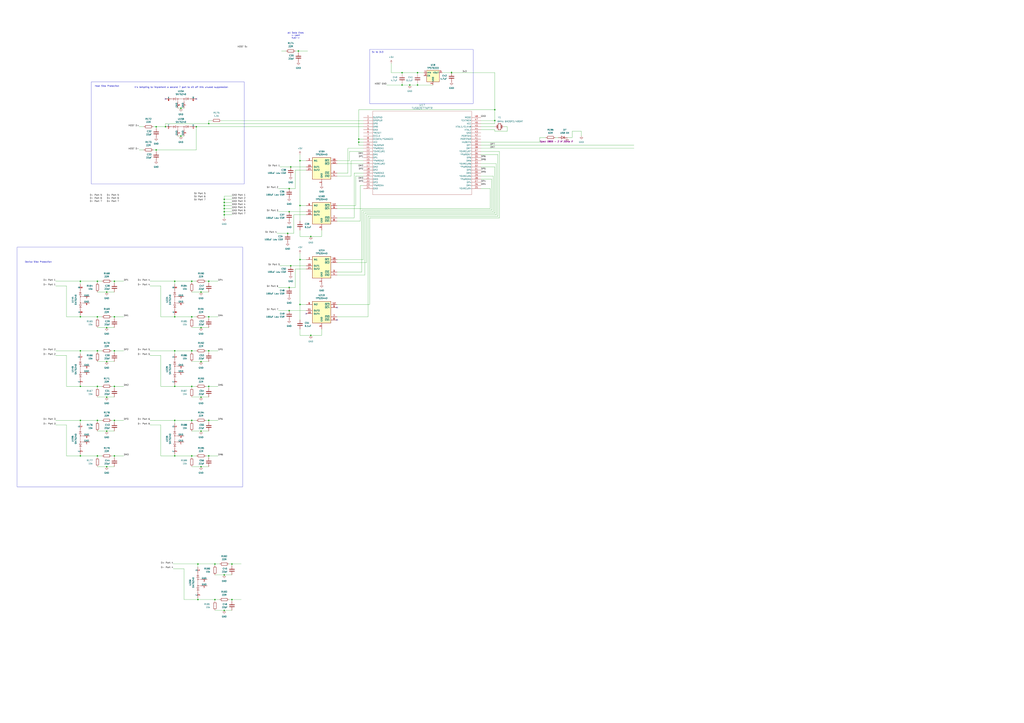
<source format=kicad_sch>
(kicad_sch (version 20231120) (generator "eeschema") (generator_version "8.0")
  (paper "A1")
  (junction (at 237.49 154.94))
  (junction (at 80.01 288.29))
  (junction (at 236.22 191.77))
  (junction (at 66.04 345.44))
  (junction (at 184.15 168.91))
  (junction (at 237.49 255.27))
  (junction (at 87.63 354.33))
  (junction (at 143.51 231.14))
  (junction (at 294.64 114.3))
  (junction (at 157.48 374.65))
  (junction (at 135.89 104.14))
  (junction (at 162.56 463.55))
  (junction (at 66.04 288.29))
  (junction (at 80.01 317.5))
  (junction (at 246.38 250.19))
  (junction (at 93.98 345.44))
  (junction (at 184.15 166.37))
  (junction (at 143.51 288.29))
  (junction (at 190.5 463.55))
  (junction (at 66.04 260.35))
  (junction (at 171.45 288.29))
  (junction (at 143.51 317.5))
  (junction (at 246.38 132.08))
  (junction (at 171.45 317.5))
  (junction (at 87.63 326.39))
  (junction (at 66.04 374.65))
  (junction (at 143.51 374.65))
  (junction (at 93.98 317.5))
  (junction (at 176.53 463.55))
  (junction (at 184.15 472.44))
  (junction (at 330.2 59.69))
  (junction (at 342.9 69.85))
  (junction (at 128.27 123.19))
  (junction (at 93.98 231.14))
  (junction (at 237.49 236.22))
  (junction (at 87.63 297.18))
  (junction (at 157.48 345.44))
  (junction (at 237.49 173.99))
  (junction (at 165.1 354.33))
  (junction (at 80.01 374.65))
  (junction (at 87.63 383.54))
  (junction (at 190.5 492.76))
  (junction (at 342.9 59.69))
  (junction (at 143.51 260.35))
  (junction (at 336.55 69.85))
  (junction (at 171.45 231.14))
  (junction (at 238.76 218.44))
  (junction (at 370.84 59.69))
  (junction (at 171.45 374.65))
  (junction (at 255.27 194.31))
  (junction (at 245.11 41.91))
  (junction (at 148.59 88.9))
  (junction (at 406.4 99.06))
  (junction (at 171.45 260.35))
  (junction (at 157.48 260.35))
  (junction (at 184.15 171.45))
  (junction (at 165.1 240.03))
  (junction (at 93.98 260.35))
  (junction (at 171.45 345.44))
  (junction (at 165.1 269.24))
  (junction (at 294.64 116.84))
  (junction (at 171.45 101.6))
  (junction (at 87.63 240.03))
  (junction (at 184.15 173.99))
  (junction (at 246.38 168.91))
  (junction (at 165.1 383.54))
  (junction (at 184.15 163.83))
  (junction (at 80.01 260.35))
  (junction (at 66.04 317.5))
  (junction (at 157.48 231.14))
  (junction (at 93.98 288.29))
  (junction (at 238.76 137.16))
  (junction (at 330.2 69.85))
  (junction (at 406.4 90.17))
  (junction (at 176.53 492.76))
  (junction (at 165.1 297.18))
  (junction (at 165.1 326.39))
  (junction (at 255.27 275.59))
  (junction (at 80.01 345.44))
  (junction (at 157.48 288.29))
  (junction (at 157.48 317.5))
  (junction (at 143.51 345.44))
  (junction (at 161.29 104.14))
  (junction (at 162.56 492.76))
  (junction (at 66.04 231.14))
  (junction (at 184.15 501.65))
  (junction (at 246.38 213.36))
  (junction (at 80.01 231.14))
  (junction (at 93.98 374.65))
  (junction (at 184.15 176.53))
  (junction (at 148.59 111.76))
  (junction (at 128.27 104.14))
  (junction (at 87.63 269.24))
  (no_connect (at 276.86 262.89))
  (no_connect (at 135.89 81.28))
  (no_connect (at 276.86 252.73))
  (no_connect (at 161.29 81.28))
  (no_connect (at 251.46 257.81))
  (wire (pts (xy 157.48 260.35) (xy 161.29 260.35)))
  (wire (pts (xy 406.4 101.6) (xy 406.4 99.06)))
  (wire (pts (xy 171.45 318.77) (xy 171.45 317.5)))
  (wire (pts (xy 298.45 144.78) (xy 292.1 144.78)))
  (wire (pts (xy 285.75 121.92) (xy 298.45 121.92)))
  (wire (pts (xy 246.38 208.28) (xy 246.38 213.36)))
  (wire (pts (xy 165.1 383.54) (xy 171.45 383.54)))
  (wire (pts (xy 406.4 175.26) (xy 299.72 175.26)))
  (wire (pts (xy 143.51 345.44) (xy 157.48 345.44)))
  (wire (pts (xy 330.2 68.58) (xy 330.2 69.85)))
  (wire (pts (xy 143.51 374.65) (xy 132.08 374.65)))
  (wire (pts (xy 246.38 275.59) (xy 246.38 270.51)))
  (wire (pts (xy 45.72 234.95) (xy 54.61 234.95)))
  (wire (pts (xy 93.98 374.65) (xy 91.44 374.65)))
  (wire (pts (xy 114.3 123.19) (xy 118.11 123.19)))
  (wire (pts (xy 176.53 492.76) (xy 176.53 494.03)))
  (wire (pts (xy 190.5 166.37) (xy 184.15 166.37)))
  (wire (pts (xy 66.04 260.35) (xy 80.01 260.35)))
  (wire (pts (xy 143.51 231.14) (xy 157.48 231.14)))
  (wire (pts (xy 157.48 374.65) (xy 161.29 374.65)))
  (wire (pts (xy 246.38 213.36) (xy 246.38 250.19)))
  (wire (pts (xy 93.98 318.77) (xy 93.98 317.5)))
  (wire (pts (xy 290.83 142.24) (xy 290.83 179.07)))
  (wire (pts (xy 80.01 326.39) (xy 87.63 326.39)))
  (wire (pts (xy 54.61 260.35) (xy 54.61 234.95)))
  (wire (pts (xy 190.5 492.76) (xy 198.12 492.76)))
  (wire (pts (xy 241.3 191.77) (xy 236.22 191.77)))
  (wire (pts (xy 298.45 142.24) (xy 290.83 142.24)))
  (wire (pts (xy 162.56 492.76) (xy 162.56 491.49)))
  (wire (pts (xy 285.75 142.24) (xy 285.75 121.92)))
  (wire (pts (xy 407.67 176.53) (xy 407.67 134.62)))
  (wire (pts (xy 157.48 354.33) (xy 165.1 354.33)))
  (wire (pts (xy 276.86 142.24) (xy 285.75 142.24)))
  (wire (pts (xy 228.6 154.94) (xy 237.49 154.94)))
  (wire (pts (xy 157.48 231.14) (xy 157.48 232.41)))
  (wire (pts (xy 93.98 288.29) (xy 101.6 288.29)))
  (wire (pts (xy 336.55 69.85) (xy 342.9 69.85)))
  (wire (pts (xy 406.4 106.68) (xy 406.4 107.95)))
  (wire (pts (xy 406.4 59.69) (xy 370.84 59.69)))
  (wire (pts (xy 66.04 317.5) (xy 66.04 316.23)))
  (wire (pts (xy 184.15 163.83) (xy 190.5 163.83)))
  (wire (pts (xy 294.64 90.17) (xy 406.4 90.17)))
  (wire (pts (xy 246.38 127) (xy 246.38 132.08)))
  (wire (pts (xy 298.45 116.84) (xy 294.64 116.84)))
  (wire (pts (xy 298.45 213.36) (xy 298.45 173.99)))
  (wire (pts (xy 66.04 260.35) (xy 66.04 259.08)))
  (wire (pts (xy 300.99 176.53) (xy 407.67 176.53)))
  (wire (pts (xy 171.45 231.14) (xy 168.91 231.14)))
  (wire (pts (xy 80.01 260.35) (xy 83.82 260.35)))
  (wire (pts (xy 93.98 317.5) (xy 101.6 317.5)))
  (wire (pts (xy 297.18 223.52) (xy 276.86 223.52)))
  (wire (pts (xy 146.05 111.76) (xy 148.59 111.76)))
  (wire (pts (xy 276.86 132.08) (xy 287.02 132.08)))
  (wire (pts (xy 93.98 289.56) (xy 93.98 288.29)))
  (wire (pts (xy 408.94 177.8) (xy 408.94 127)))
  (wire (pts (xy 410.21 124.46) (xy 410.21 179.07)))
  (wire (pts (xy 54.61 374.65) (xy 54.61 349.25)))
  (wire (pts (xy 143.51 260.35) (xy 143.51 259.08)))
  (wire (pts (xy 317.5 69.85) (xy 330.2 69.85)))
  (wire (pts (xy 330.2 59.69) (xy 321.31 59.69)))
  (wire (pts (xy 128.27 123.19) (xy 161.29 123.19)))
  (wire (pts (xy 171.45 289.56) (xy 171.45 288.29)))
  (wire (pts (xy 80.01 317.5) (xy 80.01 318.77)))
  (wire (pts (xy 394.97 147.32) (xy 403.86 147.32)))
  (wire (pts (xy 143.51 345.44) (xy 143.51 347.98)))
  (wire (pts (xy 228.6 173.99) (xy 237.49 173.99)))
  (wire (pts (xy 162.56 463.55) (xy 176.53 463.55)))
  (wire (pts (xy 148.59 88.9) (xy 151.13 88.9)))
  (wire (pts (xy 66.04 374.65) (xy 66.04 373.38)))
  (wire (pts (xy 80.01 269.24) (xy 87.63 269.24)))
  (wire (pts (xy 135.89 101.6) (xy 171.45 101.6)))
  (wire (pts (xy 66.04 374.65) (xy 54.61 374.65)))
  (wire (pts (xy 300.99 215.9) (xy 300.99 176.53)))
  (wire (pts (xy 302.26 260.35) (xy 302.26 177.8)))
  (wire (pts (xy 66.04 374.65) (xy 80.01 374.65)))
  (wire (pts (xy 157.48 269.24) (xy 165.1 269.24)))
  (wire (pts (xy 80.01 288.29) (xy 80.01 289.56)))
  (wire (pts (xy 228.6 255.27) (xy 237.49 255.27)))
  (wire (pts (xy 443.23 116.84) (xy 394.97 116.84)))
  (wire (pts (xy 171.45 231.14) (xy 179.07 231.14)))
  (wire (pts (xy 123.19 349.25) (xy 132.08 349.25)))
  (wire (pts (xy 93.98 232.41) (xy 93.98 231.14)))
  (wire (pts (xy 190.5 463.55) (xy 198.12 463.55)))
  (wire (pts (xy 171.45 345.44) (xy 168.91 345.44)))
  (wire (pts (xy 143.51 231.14) (xy 143.51 233.68)))
  (wire (pts (xy 80.01 345.44) (xy 83.82 345.44)))
  (wire (pts (xy 66.04 317.5) (xy 54.61 317.5)))
  (wire (pts (xy 242.57 220.98) (xy 242.57 236.22)))
  (wire (pts (xy 276.86 260.35) (xy 302.26 260.35)))
  (wire (pts (xy 157.48 288.29) (xy 161.29 288.29)))
  (wire (pts (xy 294.64 114.3) (xy 298.45 114.3)))
  (wire (pts (xy 394.97 137.16) (xy 406.4 137.16)))
  (wire (pts (xy 410.21 179.07) (xy 303.53 179.07)))
  (wire (pts (xy 276.86 226.06) (xy 299.72 226.06)))
  (wire (pts (xy 416.56 104.14) (xy 414.02 104.14)))
  (wire (pts (xy 190.5 492.76) (xy 187.96 492.76)))
  (wire (pts (xy 402.59 154.94) (xy 402.59 171.45)))
  (wire (pts (xy 264.16 194.31) (xy 255.27 194.31)))
  (wire (pts (xy 302.26 177.8) (xy 408.94 177.8)))
  (wire (pts (xy 184.15 163.83) (xy 184.15 166.37)))
  (wire (pts (xy 394.97 99.06) (xy 406.4 99.06)))
  (wire (pts (xy 128.27 105.41) (xy 128.27 104.14)))
  (wire (pts (xy 448.31 113.03) (xy 443.23 113.03)))
  (wire (pts (xy 237.49 255.27) (xy 251.46 255.27)))
  (wire (pts (xy 45.72 231.14) (xy 66.04 231.14)))
  (wire (pts (xy 330.2 69.85) (xy 336.55 69.85)))
  (wire (pts (xy 276.86 134.62) (xy 298.45 134.62)))
  (wire (pts (xy 143.51 260.35) (xy 132.08 260.35)))
  (wire (pts (xy 407.67 134.62) (xy 394.97 134.62)))
  (wire (pts (xy 128.27 123.19) (xy 125.73 123.19)))
  (wire (pts (xy 251.46 213.36) (xy 246.38 213.36)))
  (wire (pts (xy 171.45 99.06) (xy 171.45 101.6)))
  (wire (pts (xy 80.01 354.33) (xy 87.63 354.33)))
  (wire (pts (xy 246.38 181.61) (xy 246.38 168.91)))
  (wire (pts (xy 287.02 124.46) (xy 298.45 124.46)))
  (wire (pts (xy 148.59 111.76) (xy 151.13 111.76)))
  (wire (pts (xy 363.22 59.69) (xy 370.84 59.69)))
  (wire (pts (xy 455.93 113.03) (xy 458.47 113.03)))
  (wire (pts (xy 245.11 43.18) (xy 245.11 41.91)))
  (wire (pts (xy 66.04 345.44) (xy 66.04 347.98)))
  (wire (pts (xy 255.27 275.59) (xy 246.38 275.59)))
  (wire (pts (xy 66.04 231.14) (xy 80.01 231.14)))
  (wire (pts (xy 237.49 173.99) (xy 251.46 173.99)))
  (wire (pts (xy 469.9 107.95) (xy 469.9 113.03)))
  (wire (pts (xy 157.48 260.35) (xy 157.48 261.62)))
  (wire (pts (xy 80.01 231.14) (xy 80.01 232.41)))
  (wire (pts (xy 406.4 107.95) (xy 416.56 107.95)))
  (wire (pts (xy 171.45 346.71) (xy 171.45 345.44)))
  (wire (pts (xy 190.5 463.55) (xy 187.96 463.55)))
  (wire (pts (xy 143.51 288.29) (xy 143.51 290.83)))
  (wire (pts (xy 123.19 234.95) (xy 132.08 234.95)))
  (wire (pts (xy 157.48 345.44) (xy 157.48 346.71)))
  (wire (pts (xy 246.38 262.89) (xy 246.38 250.19)))
  (wire (pts (xy 276.86 215.9) (xy 300.99 215.9)))
  (wire (pts (xy 54.61 317.5) (xy 54.61 292.1)))
  (wire (pts (xy 288.29 144.78) (xy 276.86 144.78)))
  (wire (pts (xy 173.99 99.06) (xy 171.45 99.06)))
  (wire (pts (xy 176.53 463.55) (xy 176.53 464.82)))
  (wire (pts (xy 171.45 345.44) (xy 179.07 345.44)))
  (wire (pts (xy 176.53 472.44) (xy 184.15 472.44)))
  (wire (pts (xy 171.45 317.5) (xy 179.07 317.5)))
  (wire (pts (xy 242.57 139.7) (xy 242.57 154.94)))
  (wire (pts (xy 143.51 317.5) (xy 132.08 317.5)))
  (wire (pts (xy 128.27 124.46) (xy 128.27 123.19)))
  (wire (pts (xy 406.4 137.16) (xy 406.4 175.26)))
  (wire (pts (xy 123.19 231.14) (xy 143.51 231.14)))
  (wire (pts (xy 157.48 317.5) (xy 157.48 318.77)))
  (wire (pts (xy 93.98 375.92) (xy 93.98 374.65)))
  (wire (pts (xy 161.29 123.19) (xy 161.29 104.14)))
  (wire (pts (xy 184.15 176.53) (xy 190.5 176.53)))
  (wire (pts (xy 405.13 144.78) (xy 394.97 144.78)))
  (wire (pts (xy 151.13 492.76) (xy 151.13 467.36)))
  (wire (pts (xy 93.98 261.62) (xy 93.98 260.35)))
  (wire (pts (xy 93.98 260.35) (xy 101.6 260.35)))
  (wire (pts (xy 246.38 132.08) (xy 246.38 168.91)))
  (wire (pts (xy 292.1 144.78) (xy 292.1 168.91)))
  (wire (pts (xy 408.94 127) (xy 394.97 127)))
  (wire (pts (xy 294.64 116.84) (xy 294.64 114.3)))
  (wire (pts (xy 93.98 288.29) (xy 91.44 288.29)))
  (wire (pts (xy 403.86 147.32) (xy 403.86 172.72)))
  (wire (pts (xy 251.46 250.19) (xy 246.38 250.19)))
  (wire (pts (xy 287.02 132.08) (xy 287.02 124.46)))
  (wire (pts (xy 403.86 172.72) (xy 297.18 172.72)))
  (wire (pts (xy 80.01 374.65) (xy 83.82 374.65)))
  (wire (pts (xy 264.16 270.51) (xy 264.16 275.59)))
  (wire (pts (xy 227.33 191.77) (xy 236.22 191.77)))
  (wire (pts (xy 190.5 168.91) (xy 184.15 168.91)))
  (wire (pts (xy 87.63 326.39) (xy 93.98 326.39)))
  (wire (pts (xy 87.63 297.18) (xy 93.98 297.18)))
  (wire (pts (xy 184.15 173.99) (xy 184.15 176.53)))
  (wire (pts (xy 245.11 41.91) (xy 242.57 41.91)))
  (wire (pts (xy 87.63 240.03) (xy 93.98 240.03)))
  (wire (pts (xy 45.72 288.29) (xy 66.04 288.29)))
  (wire (pts (xy 477.52 107.95) (xy 469.9 107.95)))
  (wire (pts (xy 157.48 317.5) (xy 161.29 317.5)))
  (wire (pts (xy 394.97 119.38) (xy 520.7 119.38)))
  (wire (pts (xy 93.98 231.14) (xy 101.6 231.14)))
  (wire (pts (xy 80.01 383.54) (xy 87.63 383.54)))
  (wire (pts (xy 93.98 317.5) (xy 91.44 317.5)))
  (wire (pts (xy 251.46 132.08) (xy 246.38 132.08)))
  (wire (pts (xy 165.1 326.39) (xy 171.45 326.39)))
  (wire (pts (xy 238.76 218.44) (xy 251.46 218.44)))
  (wire (pts (xy 165.1 269.24) (xy 171.45 269.24)))
  (wire (pts (xy 123.19 292.1) (xy 132.08 292.1)))
  (wire (pts (xy 66.04 345.44) (xy 80.01 345.44)))
  (wire (pts (xy 295.91 152.4) (xy 295.91 181.61)))
  (wire (pts (xy 184.15 501.65) (xy 190.5 501.65)))
  (wire (pts (xy 242.57 236.22) (xy 237.49 236.22)))
  (wire (pts (xy 477.52 111.76) (xy 477.52 107.95)))
  (wire (pts (xy 288.29 132.08) (xy 288.29 144.78)))
  (wire (pts (xy 80.01 288.29) (xy 83.82 288.29)))
  (wire (pts (xy 342.9 59.69) (xy 330.2 59.69)))
  (wire (pts (xy 298.45 132.08) (xy 288.29 132.08)))
  (wire (pts (xy 394.97 106.68) (xy 406.4 106.68)))
  (wire (pts (xy 241.3 176.53) (xy 251.46 176.53)))
  (wire (pts (xy 402.59 171.45) (xy 276.86 171.45)))
  (wire (pts (xy 443.23 113.03) (xy 443.23 116.84)))
  (wire (pts (xy 162.56 463.55) (xy 162.56 466.09)))
  (wire (pts (xy 229.87 137.16) (xy 238.76 137.16)))
  (wire (pts (xy 294.64 114.3) (xy 294.64 90.17)))
  (wire (pts (xy 406.4 90.17) (xy 406.4 99.06)))
  (wire (pts (xy 231.14 41.91) (xy 234.95 41.91)))
  (wire (pts (xy 190.5 171.45) (xy 184.15 171.45)))
  (wire (pts (xy 93.98 260.35) (xy 91.44 260.35)))
  (wire (pts (xy 228.6 236.22) (xy 237.49 236.22)))
  (wire (pts (xy 394.97 121.92) (xy 520.7 121.92)))
  (wire (pts (xy 66.04 288.29) (xy 66.04 290.83)))
  (wire (pts (xy 394.97 154.94) (xy 402.59 154.94)))
  (wire (pts (xy 171.45 260.35) (xy 179.07 260.35)))
  (wire (pts (xy 93.98 345.44) (xy 101.6 345.44)))
  (wire (pts (xy 157.48 297.18) (xy 165.1 297.18)))
  (wire (pts (xy 171.45 261.62) (xy 171.45 260.35)))
  (wire (pts (xy 406.4 59.69) (xy 406.4 90.17)))
  (wire (pts (xy 184.15 171.45) (xy 184.15 168.91)))
  (wire (pts (xy 241.3 176.53) (xy 241.3 191.77)))
  (wire (pts (xy 276.86 213.36) (xy 298.45 213.36)))
  (wire (pts (xy 66.04 260.35) (xy 54.61 260.35)))
  (wire (pts (xy 66.04 231.14) (xy 66.04 233.68)))
  (wire (pts (xy 157.48 374.65) (xy 157.48 375.92)))
  (wire (pts (xy 45.72 345.44) (xy 66.04 345.44)))
  (wire (pts (xy 165.1 240.03) (xy 171.45 240.03)))
  (wire (pts (xy 176.53 492.76) (xy 180.34 492.76)))
  (wire (pts (xy 245.11 41.91) (xy 252.73 41.91)))
  (wire (pts (xy 171.45 232.41) (xy 171.45 231.14)))
  (wire (pts (xy 128.27 104.14) (xy 135.89 104.14)))
  (wire (pts (xy 146.05 88.9) (xy 148.59 88.9)))
  (wire (pts (xy 66.04 317.5) (xy 80.01 317.5)))
  (wire (pts (xy 123.19 345.44) (xy 143.51 345.44)))
  (wire (pts (xy 303.53 250.19) (xy 276.86 250.19)))
  (wire (pts (xy 162.56 492.76) (xy 176.53 492.76)))
  (wire (pts (xy 143.51 374.65) (xy 143.51 373.38)))
  (wire (pts (xy 142.24 467.36) (xy 151.13 467.36)))
  (wire (pts (xy 176.53 463.55) (xy 180.34 463.55)))
  (wire (pts (xy 264.16 275.59) (xy 255.27 275.59)))
  (wire (pts (xy 394.97 124.46) (xy 410.21 124.46)))
  (wire (pts (xy 45.72 292.1) (xy 54.61 292.1)))
  (wire (pts (xy 143.51 260.35) (xy 157.48 260.35)))
  (wire (pts (xy 80.01 345.44) (xy 80.01 346.71)))
  (wire (pts (xy 80.01 231.14) (xy 83.82 231.14)))
  (wire (pts (xy 80.01 297.18) (xy 87.63 297.18)))
  (wire (pts (xy 157.48 231.14) (xy 161.29 231.14)))
  (wire (pts (xy 80.01 374.65) (xy 80.01 375.92)))
  (wire (pts (xy 143.51 288.29) (xy 157.48 288.29)))
  (wire (pts (xy 165.1 354.33) (xy 171.45 354.33)))
  (wire (pts (xy 80.01 260.35) (xy 80.01 261.62)))
  (wire (pts (xy 157.48 326.39) (xy 165.1 326.39)))
  (wire (pts (xy 114.3 104.14) (xy 118.11 104.14)))
  (wire (pts (xy 45.72 349.25) (xy 54.61 349.25)))
  (wire (pts (xy 123.19 288.29) (xy 143.51 288.29)))
  (wire (pts (xy 190.5 173.99) (xy 184.15 173.99)))
  (wire (pts (xy 251.46 220.98) (xy 242.57 220.98)))
  (wire (pts (xy 251.46 168.91) (xy 246.38 168.91)))
  (wire (pts (xy 394.97 101.6) (xy 406.4 101.6)))
  (wire (pts (xy 93.98 345.44) (xy 91.44 345.44)))
  (wire (pts (xy 294.64 119.38) (xy 294.64 116.84)))
  (wire (pts (xy 142.24 463.55) (xy 162.56 463.55)))
  (wire (pts (xy 184.15 168.91) (xy 184.15 166.37)))
  (wire (pts (xy 342.9 68.58) (xy 342.9 69.85)))
  (wire (pts (xy 165.1 297.18) (xy 171.45 297.18)))
  (wire (pts (xy 297.18 172.72) (xy 297.18 223.52)))
  (wire (pts (xy 229.87 218.44) (xy 238.76 218.44)))
  (wire (pts (xy 132.08 374.65) (xy 132.08 349.25)))
  (wire (pts (xy 184.15 173.99) (xy 184.15 171.45)))
  (wire (pts (xy 347.98 59.69) (xy 342.9 59.69)))
  (wire (pts (xy 190.5 464.82) (xy 190.5 463.55)))
  (wire (pts (xy 132.08 317.5) (xy 132.08 292.1)))
  (wire (pts (xy 171.45 288.29) (xy 168.91 288.29)))
  (wire (pts (xy 184.15 161.29) (xy 190.5 161.29)))
  (wire (pts (xy 181.61 99.06) (xy 298.45 99.06)))
  (wire (pts (xy 157.48 288.29) (xy 157.48 289.56)))
  (wire (pts (xy 321.31 52.07) (xy 321.31 59.69)))
  (wire (pts (xy 157.48 383.54) (xy 165.1 383.54)))
  (wire (pts (xy 184.15 161.29) (xy 184.15 163.83)))
  (wire (pts (xy 299.72 226.06) (xy 299.72 175.26)))
  (wire (pts (xy 405.13 173.99) (xy 405.13 144.78)))
  (wire (pts (xy 87.63 354.33) (xy 93.98 354.33)))
  (wire (pts (xy 184.15 179.07) (xy 184.15 176.53)))
  (wire (pts (xy 93.98 346.71) (xy 93.98 345.44)))
  (wire (pts (xy 298.45 173.99) (xy 405.13 173.99)))
  (wire (pts (xy 255.27 194.31) (xy 246.38 194.31)))
  (wire (pts (xy 157.48 345.44) (xy 161.29 345.44)))
  (wire (pts (xy 132.08 260.35) (xy 132.08 234.95)))
  (wire (pts (xy 246.38 194.31) (xy 246.38 189.23)))
  (wire (pts (xy 469.9 113.03) (xy 466.09 113.03)))
  (wire (pts (xy 143.51 317.5) (xy 143.51 316.23)))
  (wire (pts (xy 292.1 168.91) (xy 276.86 168.91)))
  (wire (pts (xy 87.63 269.24) (xy 93.98 269.24)))
  (wire (pts (xy 184.15 472.44) (xy 190.5 472.44)))
  (wire (pts (xy 171.45 317.5) (xy 168.91 317.5)))
  (wire (pts (xy 342.9 59.69) (xy 342.9 60.96)))
  (wire (pts (xy 298.45 119.38) (xy 294.64 119.38)))
  (wire (pts (xy 295.91 181.61) (xy 276.86 181.61)))
  (wire (pts (xy 93.98 374.65) (xy 101.6 374.65)))
  (wire (pts (xy 251.46 139.7) (xy 242.57 139.7)))
  (wire (pts (xy 80.01 317.5) (xy 83.82 317.5)))
  (wire (pts (xy 128.27 104.14) (xy 125.73 104.14)))
  (wire (pts (xy 176.53 501.65) (xy 184.15 501.65)))
  (wire (pts (xy 66.04 288.29) (xy 80.01 288.29)))
  (wire (pts (xy 161.29 104.14) (xy 298.45 104.14)))
  (wire (pts (xy 394.97 104.14) (xy 406.4 104.14)))
  (wire (pts (xy 80.01 240.03) (xy 87.63 240.03)))
  (wire (pts (xy 171.45 374.65) (xy 179.07 374.65)))
  (wire (pts (xy 330.2 59.69) (xy 330.2 60.96)))
  (wire (pts (xy 171.45 375.92) (xy 171.45 374.65)))
  (wire (pts (xy 171.45 288.29) (xy 179.07 288.29)))
  (wire (pts (xy 416.56 107.95) (xy 416.56 104.14)))
  (wire (pts (xy 303.53 179.07) (xy 303.53 250.19)))
  (wire (pts (xy 370.84 58.42) (xy 370.84 59.69)))
  (wire (pts (xy 298.45 152.4) (xy 295.91 152.4)))
  (wire (pts (xy 93.98 231.14) (xy 91.44 231.14)))
  (wire (pts (xy 162.56 492.76) (xy 151.13 492.76)))
  (wire (pts (xy 135.89 101.6) (xy 135.89 104.14)))
  (wire (pts (xy 238.76 137.16) (xy 251.46 137.16)))
  (wire (pts (xy 143.51 317.5) (xy 157.48 317.5)))
  (wire (pts (xy 242.57 154.94) (xy 237.49 154.94)))
  (wire (pts (xy 171.45 101.6) (xy 298.45 101.6)))
  (wire (pts (xy 190.5 494.03) (xy 190.5 492.76)))
  (wire (pts (xy 157.48 240.03) (xy 165.1 240.03)))
  (wire (pts (xy 264.16 189.23) (xy 264.16 194.31)))
  (wire (pts (xy 342.9 69.85) (xy 355.6 69.85)))
  (wire (pts (xy 290.83 179.07) (xy 276.86 179.07)))
  (wire (pts (xy 171.45 374.65) (xy 168.91 374.65)))
  (wire (pts (xy 87.63 383.54) (xy 93.98 383.54)))
  (wire (pts (xy 143.51 374.65) (xy 157.48 374.65)))
  (wire (pts (xy 171.45 260.35) (xy 168.91 260.35)))
  (rectangle (start 74.93 67.31) (end 200.66 151.13))
  (rectangle (start 303.53 40.64) (end 388.62 85.09))
  (rectangle (start 13.97 203.2) (end 199.39 400.05))
  (text "5v to 3v3" (at 310.134 42.926 0) (effects (font (size 1.27 1.27))))
  (text "It's tempting to implement a second 7 port to sit off this unused suppression" (at 148.844 71.882 0) (effects (font (size 1.27 1.27))))
  (text "Device Side Protection" (at 31.496 215.392 0) (effects (font (size 1.27 1.27))))
  (text "all Data lines\n<-port\nhub->" (at 242.824 29.21 0) (effects (font (size 1.27 1.27))))
  (text "Host Side Protection" (at 87.884 70.866 0) (effects (font (size 1.27 1.27))))
  (label "D+ Port 4" (at 142.24 463.55 180))
  (label "HOST D-" (at 114.3 123.19 180))
  (label "HOST GND" (at 317.5 69.85 180))
  (label "DM4" (at 179.07 260.35 0))
  (label "5V Port 4" (at 227.33 191.77 180))
  (label "DM4" (at 394.97 152.4 0))
  (label "5V Port 5" (at 229.87 218.44 180))
  (label "DP3" (at 298.45 149.86 180))
  (label "DM3" (at 298.45 147.32 180))
  (label "D- Port 5" (at 123.19 292.1 180))
  (label "D- Port 7" (at 83.82 166.37 180))
  (label "D+ Port 3" (at 45.72 345.44 180))
  (label "DP6" (at 179.07 345.44 0))
  (label "DP7" (at 402.59 119.38 0))
  (label "D- Port 6" (at 123.19 349.25 180))
  (label "5V Port 1" (at 229.87 137.16 180))
  (label "DM5" (at 179.07 317.5 0))
  (label "DP4" (at 394.97 149.86 0))
  (label "3v3" (at 379.73 59.69 0))
  (label "GND Port 1" (at 190.5 161.29 0))
  (label "D- Port 4" (at 142.24 467.36 180))
  (label "HOST 5v" (at 203.2 39.37 180))
  (label "D+ Port 4" (at 123.19 231.14 180))
  (label "DM7" (at 402.59 121.92 0))
  (label "D+ Port 6" (at 87.63 163.83 0))
  (label "5V Port 5" (at 168.91 160.02 180))
  (label "HOST D+" (at 114.3 104.14 180))
  (label "GND Port 5" (at 190.5 171.45 0))
  (label "D- Port 5" (at 83.82 161.29 180))
  (label "D+ Port 5" (at 87.63 161.29 0))
  (label "GND" (at 394.97 96.52 0))
  (label "DP1" (at 298.45 129.54 180))
  (label "GND Port 2" (at 190.5 163.83 0))
  (label "DM6" (at 179.07 374.65 0))
  (label "DM6" (at 394.97 132.08 0))
  (label "D+ Port 7" (at 87.63 166.37 0))
  (label "D+ Port 6" (at 123.19 345.44 180))
  (label "DP1" (at 101.6 231.14 0))
  (label "5V Port 2" (at 228.6 154.94 180))
  (label "D- Port 6" (at 83.82 163.83 180))
  (label "DM1" (at 298.45 127 180))
  (label "GND Port 7" (at 190.5 176.53 0))
  (label "DM2" (at 298.45 137.16 180))
  (label "GND Port 3" (at 190.5 166.37 0))
  (label "D- Port 2" (at 45.72 292.1 180))
  (label "DM5" (at 394.97 142.24 0))
  (label "DP2" (at 101.6 288.29 0))
  (label "5V Port 7" (at 228.6 255.27 180))
  (label "5V Port 7" (at 168.91 165.1 180))
  (label "DP2" (at 298.45 139.7 180))
  (label "D+ Port 1" (at 45.72 231.14 180))
  (label "DP4" (at 179.07 231.14 0))
  (label "DM1" (at 101.6 260.35 0))
  (label "D- Port 3" (at 45.72 349.25 180))
  (label "DP6" (at 394.97 129.54 0))
  (label "DP3" (at 101.6 345.44 0))
  (label "DP5" (at 179.07 288.29 0))
  (label "D- Port 4" (at 123.19 234.95 180))
  (label "GND Port 4" (at 190.5 168.91 0))
  (label "5V Port 3" (at 228.6 173.99 180))
  (label "DP5" (at 394.97 139.7 0))
  (label "GND Port 6" (at 190.5 173.99 0))
  (label "DM2" (at 101.6 317.5 0))
  (label "DM3" (at 101.6 374.65 0))
  (label "D+ Port 5" (at 123.19 288.29 180))
  (label "5V Port 6" (at 168.91 162.56 180))
  (label "D+ Port 2" (at 45.72 288.29 180))
  (label "D- Port 1" (at 45.72 234.95 180))
  (label "5V Port 6" (at 228.6 236.22 180))
  (symbol (lib_id "power:GND") (at 238.76 144.78 0) (mirror y) (unit 1)
    (property "Reference" "#PWR0121" (effects (hide yes)))
    (property "Value" "GND" (at 238.76 149.86 0))
    (property "Description" "Power symbol creates a global label with name \"GND\" , ground" (effects (hide yes)))
  )
  (symbol (lib_id "Device:LED") (at 462.28 113.03 0) (mirror y) (unit 1)
    (property "Reference" "D7" (at 463.8675 106.68 0))
    (property "Value" "USB OK" (at 463.8675 109.22 0))
    (property "Footprint" "LED_SMD:LED_0805_2012Metric" (effects (hide yes)))
    (property "Datasheet" "https://www.digikey.com/en/products/filter/led-indication-discrete/105?s=N4IgjCBcoGwJxVAYygMwIYBsDOBTANCAPZQDaIALAAxwDMdIAuoQA4AuUIAymwE4CWAOwDmIAL6FaYBNBApIGHAWJlwMABwB2AEzamrDpG58hoiSACsFWojloseQiUjkw1qhZj6Q7TjwEi4oRg2nAQsvKKjiouIPS02uogknShySDqYOowFprpGhQUXoQFFkklcFoIhOq0GnmEFJplmuUZdQw1tJpUbbWaYBBdzdXtmjrp6oWek9NtTS0IzD6GxgFmwZUyyPZKTqpUTOYAtNt2kHwArsrOrkeEx3oRUFc3qhZH5k-kmLgAJkcgA" (effects (hide yes)))
    (property "Description" "Light emitting diode" (effects (hide yes)))
    (property "Spec" "0805 - 2 Vf 20ma If" (at 456.946 116.332 0) (show_name yes) (effects (font (italic yes))))
  )
  (symbol (lib_id "Device:C") (at 171.45 265.43 0) (mirror x) (unit 1)
    (property "Reference" "C52" (at 167.64 264.1599 0) (effects (justify right)))
    (property "Value" "22pf" (at 167.64 266.6999 0) (effects (justify right)))
    (property "Footprint" "Capacitor_SMD:C_0805_2012Metric_Pad1.18x1.45mm_HandSolder" (effects (hide yes)))
    (property "Description" "Unpolarized capacitor" (effects (hide yes)))
  )
  (symbol (lib_id "Device:R") (at 157.48 379.73 0) (mirror y) (unit 1)
    (property "Reference" "R189" (at 153.67 378.4599 0) (effects (justify left)))
    (property "Value" "15k" (at 153.67 380.9999 0) (effects (justify left)))
    (property "Footprint" "Resistor_SMD:R_0805_2012Metric_Pad1.20x1.40mm_HandSolder" (effects (hide yes)))
    (property "Description" "Resistor" (effects (hide yes)))
  )
  (symbol (lib_id "Power_Management:TPS2044D") (at 264.16 173.99 0) (mirror y) (unit 2)
    (property "Reference" "U16" (at 264.16 161.29 0))
    (property "Value" "TPS2044D" (at 264.16 163.83 0))
    (property "Footprint" "Package_SO:SOIC-16_3.9x9.9mm_P1.27mm" (effects (hide yes)))
    (property "Datasheet" "http://www.ti.com/lit/ds/symlink/tps2044.pdf" (effects (hide yes)))
    (property "Description" "Quad power-distribution switcher" (effects (hide yes)))
  )
  (symbol (lib_id "Device:R") (at 80.01 265.43 0) (mirror y) (unit 1)
    (property "Reference" "R165" (at 76.2 264.1599 0) (effects (justify left)))
    (property "Value" "15k" (at 76.2 266.6999 0) (effects (justify left)))
    (property "Footprint" "Resistor_SMD:R_0805_2012Metric_Pad1.20x1.40mm_HandSolder" (effects (hide yes)))
    (property "Description" "Resistor" (effects (hide yes)))
  )
  (symbol (lib_id "Device:C") (at 93.98 236.22 0) (mirror x) (unit 1)
    (property "Reference" "C28" (at 90.17 234.9499 0) (effects (justify right)))
    (property "Value" "22pf" (at 90.17 237.4899 0) (effects (justify right)))
    (property "Footprint" "Capacitor_SMD:C_0805_2012Metric_Pad1.18x1.45mm_HandSolder" (effects (hide yes)))
    (property "Description" "Unpolarized capacitor" (effects (hide yes)))
  )
  (symbol (lib_id "power:GND") (at 87.63 354.33 0) (unit 1)
    (property "Reference" "#PWR0128" (effects (hide yes)))
    (property "Value" "GND" (at 87.63 359.41 0))
    (property "Description" "Power symbol creates a global label with name \"GND\" , ground" (effects (hide yes)))
  )
  (symbol (lib_id "Device:R") (at 157.48 265.43 0) (mirror y) (unit 1)
    (property "Reference" "R185" (at 153.67 264.1599 0) (effects (justify left)))
    (property "Value" "15k" (at 153.67 266.6999 0) (effects (justify left)))
    (property "Footprint" "Resistor_SMD:R_0805_2012Metric_Pad1.20x1.40mm_HandSolder" (effects (hide yes)))
    (property "Description" "Resistor" (effects (hide yes)))
  )
  (symbol (lib_id "power:GND") (at 128.27 113.03 0) (unit 1)
    (property "Reference" "#PWR0113" (effects (hide yes)))
    (property "Value" "GND" (at 128.27 118.11 0))
    (property "Description" "Power symbol creates a global label with name \"GND\" , ground" (effects (hide yes)))
  )
  (symbol (lib_id "power:GND") (at 336.55 69.85 0) (unit 1)
    (property "Reference" "#PWR0126" (effects (hide yes)))
    (property "Value" "GND" (at 336.55 74.93 0))
    (property "Description" "Power symbol creates a global label with name \"GND\" , ground" (effects (hide yes)))
  )
  (symbol (lib_id "power:GND") (at 255.27 275.59 0) (mirror y) (unit 1)
    (property "Reference" "#PWR0137" (effects (hide yes)))
    (property "Value" "GND" (at 255.27 280.67 0))
    (property "Description" "Power symbol creates a global label with name \"GND\" , ground" (effects (hide yes)))
  )
  (symbol (lib_id "Device:R") (at 80.01 379.73 0) (mirror y) (unit 1)
    (property "Reference" "R177" (at 76.2 378.4599 0) (effects (justify left)))
    (property "Value" "15k" (at 76.2 380.9999 0) (effects (justify left)))
    (property "Footprint" "Resistor_SMD:R_0805_2012Metric_Pad1.20x1.40mm_HandSolder" (effects (hide yes)))
    (property "Description" "Resistor" (effects (hide yes)))
  )
  (symbol (lib_id "Power_Protection:SN75240") (at 66.04 303.53 90) (unit 2)
    (property "Reference" "U14" (at 59.69 303.53 0))
    (property "Value" "SN75240" (at 62.23 303.53 0))
    (property "Footprint" "Package_TO_SOT_SMD:SOT-23-6" (effects (hide yes)))
    (property "Datasheet" "http://www.ti.com/lit/ds/symlink/sn65220.pdf" (effects (hide yes)))
    (property "Description" "USB port transient suppressors" (effects (hide yes)))
  )
  (symbol (lib_id "Device:C") (at 93.98 265.43 0) (mirror x) (unit 1)
    (property "Reference" "C29" (at 90.17 264.1599 0) (effects (justify right)))
    (property "Value" "22pf" (at 90.17 266.6999 0) (effects (justify right)))
    (property "Footprint" "Capacitor_SMD:C_0805_2012Metric_Pad1.18x1.45mm_HandSolder" (effects (hide yes)))
    (property "Description" "Unpolarized capacitor" (effects (hide yes)))
  )
  (symbol (lib_id "power:+5V") (at 246.38 208.28 0) (unit 1)
    (property "Reference" "#PWR0136" (effects (hide yes)))
    (property "Value" "+5V" (at 246.38 203.2 0))
    (property "Description" "Power symbol creates a global label with name \"+5V\"" (effects (hide yes)))
  )
  (symbol (lib_id "Power_Protection:SN75240") (at 148.59 81.28 0) (unit 1)
    (property "Reference" "U15" (at 148.59 74.93 0))
    (property "Value" "SN75240" (at 148.59 77.47 0))
    (property "Footprint" "Package_TO_SOT_SMD:SOT-23-6" (effects (hide yes)))
    (property "Datasheet" "http://www.ti.com/lit/ds/symlink/sn65220.pdf" (effects (hide yes)))
    (property "Description" "USB port transient suppressors" (effects (hide yes)))
  )
  (symbol (lib_id "Device:R") (at 165.1 345.44 270) (unit 1)
    (property "Reference" "R194" (at 165.1 339.09 90))
    (property "Value" "22R" (at 165.1 341.63 90))
    (property "Footprint" "Resistor_SMD:R_0805_2012Metric_Pad1.20x1.40mm_HandSolder" (effects (hide yes)))
    (property "Description" "Resistor" (effects (hide yes)))
  )
  (symbol (lib_id "Device:C") (at 93.98 322.58 0) (mirror x) (unit 1)
    (property "Reference" "C31" (at 90.17 321.3099 0) (effects (justify right)))
    (property "Value" "22pf" (at 90.17 323.8499 0) (effects (justify right)))
    (property "Footprint" "Capacitor_SMD:C_0805_2012Metric_Pad1.18x1.45mm_HandSolder" (effects (hide yes)))
    (property "Description" "Unpolarized capacitor" (effects (hide yes)))
  )
  (symbol (lib_id "Device:C") (at 93.98 379.73 0) (mirror x) (unit 1)
    (property "Reference" "C44" (at 90.17 378.4599 0) (effects (justify right)))
    (property "Value" "22pf" (at 90.17 380.9999 0) (effects (justify right)))
    (property "Footprint" "Capacitor_SMD:C_0805_2012Metric_Pad1.18x1.45mm_HandSolder" (effects (hide yes)))
    (property "Description" "Unpolarized capacitor" (effects (hide yes)))
  )
  (symbol (lib_id "Device:C") (at 171.45 293.37 0) (mirror x) (unit 1)
    (property "Reference" "C53" (at 167.64 292.0999 0) (effects (justify right)))
    (property "Value" "22pf" (at 167.64 294.6399 0) (effects (justify right)))
    (property "Footprint" "Capacitor_SMD:C_0805_2012Metric_Pad1.18x1.45mm_HandSolder" (effects (hide yes)))
    (property "Description" "Unpolarized capacitor" (effects (hide yes)))
  )
  (symbol (lib_id "power:+5V") (at 321.31 52.07 0) (unit 1)
    (property "Reference" "#PWR0125" (effects (hide yes)))
    (property "Value" "+5V" (at 321.31 46.99 0))
    (property "Description" "Power symbol creates a global label with name \"+5V\"" (effects (hide yes)))
  )
  (symbol (lib_id "Device:R") (at 165.1 374.65 270) (unit 1)
    (property "Reference" "R195" (at 165.1 368.3 90))
    (property "Value" "22R" (at 165.1 370.84 90))
    (property "Footprint" "Resistor_SMD:R_0805_2012Metric_Pad1.20x1.40mm_HandSolder" (effects (hide yes)))
    (property "Description" "Resistor" (effects (hide yes)))
  )
  (symbol (lib_id "Regulator_Linear:TPS76333") (at 355.6 62.23 0) (unit 1)
    (property "Reference" "U18" (at 355.6 53.34 0))
    (property "Value" "TPS76333" (at 355.6 55.88 0))
    (property "Footprint" "Package_TO_SOT_SMD:SOT-23-5" (effects (hide yes)))
    (property "Datasheet" "http://www.ti.com/lit/ds/symlink/tps763.pdf" (effects (hide yes)))
    (property "Description" "Low power 150mA LDO 3.3V fixed output voltage, SOT-23-5" (effects (hide yes)))
  )
  (symbol (lib_id "Device:R") (at 80.01 293.37 0) (mirror y) (unit 1)
    (property "Reference" "R166" (at 76.2 292.0999 0) (effects (justify left)))
    (property "Value" "15k" (at 76.2 294.6399 0) (effects (justify left)))
    (property "Footprint" "Resistor_SMD:R_0805_2012Metric_Pad1.20x1.40mm_HandSolder" (effects (hide yes)))
    (property "Description" "Resistor" (effects (hide yes)))
  )
  (symbol (lib_id "Power_Protection:SN75240") (at 162.56 478.79 90) (unit 2)
    (property "Reference" "U20" (at 156.21 478.79 0))
    (property "Value" "SN75240" (at 158.75 478.79 0))
    (property "Footprint" "Package_TO_SOT_SMD:SOT-23-6" (effects (hide yes)))
    (property "Datasheet" "http://www.ti.com/lit/ds/symlink/sn65220.pdf" (effects (hide yes)))
    (property "Description" "USB port transient suppressors" (effects (hide yes)))
  )
  (symbol (lib_id "Device:C") (at 330.2 64.77 0) (mirror x) (unit 1)
    (property "Reference" "C40" (at 326.39 63.4999 0) (effects (justify right)))
    (property "Value" "4.7uF" (at 326.39 66.0399 0) (effects (justify right)))
    (property "Footprint" "Capacitor_SMD:C_0805_2012Metric_Pad1.18x1.45mm_HandSolder" (effects (hide yes)))
    (property "Description" "Unpolarized capacitor" (effects (hide yes)))
  )
  (symbol (lib_id "Device:R") (at 176.53 497.84 0) (mirror y) (unit 1)
    (property "Reference" "R181" (at 172.72 496.5699 0) (effects (justify left)))
    (property "Value" "15k" (at 172.72 499.1099 0) (effects (justify left)))
    (property "Footprint" "Resistor_SMD:R_0805_2012Metric_Pad1.20x1.40mm_HandSolder" (effects (hide yes)))
    (property "Description" "Resistor" (effects (hide yes)))
  )
  (symbol (lib_id "Device:R") (at 87.63 345.44 270) (unit 1)
    (property "Reference" "R178" (at 87.63 339.09 90))
    (property "Value" "22R" (at 87.63 341.63 90))
    (property "Footprint" "Resistor_SMD:R_0805_2012Metric_Pad1.20x1.40mm_HandSolder" (effects (hide yes)))
    (property "Description" "Resistor" (effects (hide yes)))
  )
  (symbol (lib_id "Power_Protection:SN75240") (at 143.51 360.68 90) (unit 2)
    (property "Reference" "U23" (at 137.16 360.68 0))
    (property "Value" "SN75240" (at 139.7 360.68 0))
    (property "Footprint" "Package_TO_SOT_SMD:SOT-23-6" (effects (hide yes)))
    (property "Datasheet" "http://www.ti.com/lit/ds/symlink/sn65220.pdf" (effects (hide yes)))
    (property "Description" "USB port transient suppressors" (effects (hide yes)))
  )
  (symbol (lib_id "Interface_USB:TUSB2077APTR") (at 298.45 96.52 0) (unit 1)
    (property "Reference" "U17" (at 346.71 86.36 0) (effects (font (size 1.524 1.524))))
    (property "Value" "TUSB2077APTR" (at 346.71 88.9 0) (effects (font (size 1.524 1.524))))
    (property "Footprint" "Package_QFP:LQFP-48_7x7mm_P0.5mm" (effects (hide yes)))
    (property "Datasheet" "TUSB2077APTR" (effects (hide yes)))
  )
  (symbol (lib_id "power:GND") (at 165.1 240.03 0) (unit 1)
    (property "Reference" "#PWR0132" (effects (hide yes)))
    (property "Value" "GND" (at 165.1 245.11 0))
    (property "Description" "Power symbol creates a global label with name \"GND\" , ground" (effects (hide yes)))
  )
  (symbol (lib_id "Device:R") (at 87.63 288.29 270) (unit 1)
    (property "Reference" "R170" (at 87.63 281.94 90))
    (property "Value" "22R" (at 87.63 284.48 90))
    (property "Footprint" "Resistor_SMD:R_0805_2012Metric_Pad1.20x1.40mm_HandSolder" (effects (hide yes)))
    (property "Description" "Resistor" (effects (hide yes)))
  )
  (symbol (lib_id "Device:R") (at 157.48 350.52 0) (mirror y) (unit 1)
    (property "Reference" "R188" (at 153.67 349.2499 0) (effects (justify left)))
    (property "Value" "15k" (at 153.67 351.7899 0) (effects (justify left)))
    (property "Footprint" "Resistor_SMD:R_0805_2012Metric_Pad1.20x1.40mm_HandSolder" (effects (hide yes)))
    (property "Description" "Resistor" (effects (hide yes)))
  )
  (symbol (lib_id "Device:C") (at 370.84 63.5 0) (mirror x) (unit 1)
    (property "Reference" "C42" (at 367.03 62.2299 0) (effects (justify right)))
    (property "Value" "4.7uF" (at 367.03 64.7699 0) (effects (justify right)))
    (property "Footprint" "Capacitor_SMD:C_0805_2012Metric_Pad1.18x1.45mm_HandSolder" (effects (hide yes)))
    (property "Description" "Unpolarized capacitor" (effects (hide yes)))
  )
  (symbol (lib_id "Power_Management:TPS2044D") (at 264.16 255.27 0) (mirror y) (unit 2)
    (property "Reference" "U21" (at 264.16 242.57 0))
    (property "Value" "TPS2044D" (at 264.16 245.11 0))
    (property "Footprint" "Package_SO:SOIC-16_3.9x9.9mm_P1.27mm" (effects (hide yes)))
    (property "Datasheet" "http://www.ti.com/lit/ds/symlink/tps2044.pdf" (effects (hide yes)))
    (property "Description" "Quad power-distribution switcher" (effects (hide yes)))
  )
  (symbol (lib_id "Device:C") (at 93.98 293.37 0) (mirror x) (unit 1)
    (property "Reference" "C30" (at 90.17 292.0999 0) (effects (justify right)))
    (property "Value" "22pf" (at 90.17 294.6399 0) (effects (justify right)))
    (property "Footprint" "Capacitor_SMD:C_0805_2012Metric_Pad1.18x1.45mm_HandSolder" (effects (hide yes)))
    (property "Description" "Unpolarized capacitor" (effects (hide yes)))
  )
  (symbol (lib_id "power:GND") (at 184.15 472.44 0) (unit 1)
    (property "Reference" "#PWR0130" (effects (hide yes)))
    (property "Value" "GND" (at 184.15 477.52 0))
    (property "Description" "Power symbol creates a global label with name \"GND\" , ground" (effects (hide yes)))
  )
  (symbol (lib_id "Device:R") (at 80.01 236.22 0) (mirror y) (unit 1)
    (property "Reference" "R164" (at 76.2 234.9499 0) (effects (justify left)))
    (property "Value" "15k" (at 76.2 237.4899 0) (effects (justify left)))
    (property "Footprint" "Resistor_SMD:R_0805_2012Metric_Pad1.20x1.40mm_HandSolder" (effects (hide yes)))
    (property "Description" "Resistor" (effects (hide yes)))
  )
  (symbol (lib_id "Device:R") (at 87.63 231.14 270) (unit 1)
    (property "Reference" "R168" (at 87.63 224.79 90))
    (property "Value" "22R" (at 87.63 227.33 90))
    (property "Footprint" "Resistor_SMD:R_0805_2012Metric_Pad1.20x1.40mm_HandSolder" (effects (hide yes)))
    (property "Description" "Resistor" (effects (hide yes)))
  )
  (symbol (lib_id "Device:C") (at 190.5 497.84 0) (mirror x) (unit 1)
    (property "Reference" "C46" (at 186.69 496.5699 0) (effects (justify right)))
    (property "Value" "22pf" (at 186.69 499.1099 0) (effects (justify right)))
    (property "Footprint" "Capacitor_SMD:C_0805_2012Metric_Pad1.18x1.45mm_HandSolder" (effects (hide yes)))
    (property "Description" "Unpolarized capacitor" (effects (hide yes)))
  )
  (symbol (lib_id "power:GND") (at 237.49 162.56 0) (mirror y) (unit 1)
    (property "Reference" "#PWR0119" (effects (hide yes)))
    (property "Value" "GND" (at 237.49 167.64 0))
    (property "Description" "Power symbol creates a global label with name \"GND\" , ground" (effects (hide yes)))
  )
  (symbol (lib_id "power:GND") (at 184.15 501.65 0) (unit 1)
    (property "Reference" "#PWR0131" (effects (hide yes)))
    (property "Value" "GND" (at 184.15 506.73 0))
    (property "Description" "Power symbol creates a global label with name \"GND\" , ground" (effects (hide yes)))
  )
  (symbol (lib_id "power:GND") (at 237.49 181.61 0) (mirror y) (unit 1)
    (property "Reference" "#PWR0120" (effects (hide yes)))
    (property "Value" "GND" (at 237.49 186.69 0))
    (property "Description" "Power symbol creates a global label with name \"GND\" , ground" (effects (hide yes)))
  )
  (symbol (lib_id "power:GND") (at 87.63 326.39 0) (unit 1)
    (property "Reference" "#PWR0112" (effects (hide yes)))
    (property "Value" "GND" (at 87.63 331.47 0))
    (property "Description" "Power symbol creates a global label with name \"GND\" , ground" (effects (hide yes)))
  )
  (symbol (lib_id "Device:R") (at 177.8 99.06 270) (unit 1)
    (property "Reference" "R175" (at 177.8 92.71 90))
    (property "Value" "1.5k" (at 177.8 95.25 90))
    (property "Footprint" "Resistor_SMD:R_0805_2012Metric_Pad1.20x1.40mm_HandSolder" (effects (hide yes)))
    (property "Description" "Resistor" (effects (hide yes)))
  )
  (symbol (lib_id "Device:R") (at 165.1 288.29 270) (unit 1)
    (property "Reference" "R192" (at 165.1 281.94 90))
    (property "Value" "22R" (at 165.1 284.48 90))
    (property "Footprint" "Resistor_SMD:R_0805_2012Metric_Pad1.20x1.40mm_HandSolder" (effects (hide yes)))
    (property "Description" "Resistor" (effects (hide yes)))
  )
  (symbol (lib_id "power:GND") (at 165.1 326.39 0) (unit 1)
    (property "Reference" "#PWR0141" (effects (hide yes)))
    (property "Value" "GND" (at 165.1 331.47 0))
    (property "Description" "Power symbol creates a global label with name \"GND\" , ground" (effects (hide yes)))
  )
  (symbol (lib_id "power:GND") (at 165.1 354.33 0) (unit 1)
    (property "Reference" "#PWR0142" (effects (hide yes)))
    (property "Value" "GND" (at 165.1 359.41 0))
    (property "Description" "Power symbol creates a global label with name \"GND\" , ground" (effects (hide yes)))
  )
  (symbol (lib_id "Power_Protection:SN75240") (at 143.51 303.53 90) (unit 2)
    (property "Reference" "U22" (at 137.16 303.53 0))
    (property "Value" "SN75240" (at 139.7 303.53 0))
    (property "Footprint" "Package_TO_SOT_SMD:SOT-23-6" (effects (hide yes)))
    (property "Datasheet" "http://www.ti.com/lit/ds/symlink/sn65220.pdf" (effects (hide yes)))
    (property "Description" "USB port transient suppressors" (effects (hide yes)))
  )
  (symbol (lib_id "power:GND") (at 87.63 269.24 0) (unit 1)
    (property "Reference" "#PWR0110" (effects (hide yes)))
    (property "Value" "GND" (at 87.63 274.32 0))
    (property "Description" "Power symbol creates a global label with name \"GND\" , ground" (effects (hide yes)))
  )
  (symbol (lib_id "Device:R") (at 165.1 317.5 270) (unit 1)
    (property "Reference" "R193" (at 165.1 311.15 90))
    (property "Value" "22R" (at 165.1 313.69 90))
    (property "Footprint" "Resistor_SMD:R_0805_2012Metric_Pad1.20x1.40mm_HandSolder" (effects (hide yes)))
    (property "Description" "Resistor" (effects (hide yes)))
  )
  (symbol (lib_id "Device:C") (at 171.45 350.52 0) (mirror x) (unit 1)
    (property "Reference" "C55" (at 167.64 349.2499 0) (effects (justify right)))
    (property "Value" "22pf" (at 167.64 351.7899 0) (effects (justify right)))
    (property "Footprint" "Capacitor_SMD:C_0805_2012Metric_Pad1.18x1.45mm_HandSolder" (effects (hide yes)))
    (property "Description" "Unpolarized capacitor" (effects (hide yes)))
  )
  (symbol (lib_id "power:GND") (at 238.76 226.06 0) (mirror y) (unit 1)
    (property "Reference" "#PWR0135" (effects (hide yes)))
    (property "Value" "GND" (at 238.76 231.14 0))
    (property "Description" "Power symbol creates a global label with name \"GND\" , ground" (effects (hide yes)))
  )
  (symbol (lib_id "Device:R") (at 165.1 260.35 270) (unit 1)
    (property "Reference" "R191" (at 165.1 254 90))
    (property "Value" "22R" (at 165.1 256.54 90))
    (property "Footprint" "Resistor_SMD:R_0805_2012Metric_Pad1.20x1.40mm_HandSolder" (effects (hide yes)))
    (property "Description" "Resistor" (effects (hide yes)))
  )
  (symbol (lib_id "Device:R") (at 121.92 123.19 270) (unit 1)
    (property "Reference" "R173" (at 121.92 116.84 90))
    (property "Value" "22R" (at 121.92 119.38 90))
    (property "Footprint" "Resistor_SMD:R_0805_2012Metric_Pad1.20x1.40mm_HandSolder" (effects (hide yes)))
    (property "Description" "Resistor" (effects (hide yes)))
  )
  (symbol (lib_id "Device:C") (at 171.45 379.73 0) (mirror x) (unit 1)
    (property "Reference" "C56" (at 167.64 378.4599 0) (effects (justify right)))
    (property "Value" "22pf" (at 167.64 380.9999 0) (effects (justify right)))
    (property "Footprint" "Capacitor_SMD:C_0805_2012Metric_Pad1.18x1.45mm_HandSolder" (effects (hide yes)))
    (property "Description" "Unpolarized capacitor" (effects (hide yes)))
  )
  (symbol (lib_id "Device:C") (at 245.11 46.99 0) (mirror x) (unit 1)
    (property "Reference" "C35" (at 241.3 45.7199 0) (effects (justify right)))
    (property "Value" "22pf" (at 241.3 48.2599 0) (effects (justify right)))
    (property "Footprint" "Capacitor_SMD:C_0805_2012Metric_Pad1.18x1.45mm_HandSolder" (effects (hide yes)))
    (property "Description" "Unpolarized capacitor" (effects (hide yes)))
  )
  (symbol (lib_id "power:GND") (at 165.1 383.54 0) (unit 1)
    (property "Reference" "#PWR0143" (effects (hide yes)))
    (property "Value" "GND" (at 165.1 388.62 0))
    (property "Description" "Power symbol creates a global label with name \"GND\" , ground" (effects (hide yes)))
  )
  (symbol (lib_id "Power_Protection:SN75240") (at 143.51 246.38 90) (unit 1)
    (property "Reference" "U22" (at 137.16 246.38 0))
    (property "Value" "SN75240" (at 139.7 246.38 0))
    (property "Footprint" "Package_TO_SOT_SMD:SOT-23-6" (effects (hide yes)))
    (property "Datasheet" "http://www.ti.com/lit/ds/symlink/sn65220.pdf" (effects (hide yes)))
    (property "Description" "USB port transient suppressors" (effects (hide yes)))
  )
  (symbol (lib_id "power:GND") (at 370.84 67.31 0) (unit 1)
    (property "Reference" "#PWR0127" (effects (hide yes)))
    (property "Value" "GND" (at 370.84 72.39 0))
    (property "Description" "Power symbol creates a global label with name \"GND\" , ground" (effects (hide yes)))
  )
  (symbol (lib_id "Device:R") (at 238.76 41.91 270) (unit 1)
    (property "Reference" "R174" (at 238.76 35.56 90))
    (property "Value" "22R" (at 238.76 38.1 90))
    (property "Footprint" "Resistor_SMD:R_0805_2012Metric_Pad1.20x1.40mm_HandSolder" (effects (hide yes)))
    (property "Description" "Resistor" (effects (hide yes)))
  )
  (symbol (lib_id "Device:R") (at 87.63 317.5 270) (unit 1)
    (property "Reference" "R171" (at 87.63 311.15 90))
    (property "Value" "22R" (at 87.63 313.69 90))
    (property "Footprint" "Resistor_SMD:R_0805_2012Metric_Pad1.20x1.40mm_HandSolder" (effects (hide yes)))
    (property "Description" "Resistor" (effects (hide yes)))
  )
  (symbol (lib_id "Device:R") (at 80.01 322.58 0) (mirror y) (unit 1)
    (property "Reference" "R167" (at 76.2 321.3099 0) (effects (justify left)))
    (property "Value" "15k" (at 76.2 323.8499 0) (effects (justify left)))
    (property "Footprint" "Resistor_SMD:R_0805_2012Metric_Pad1.20x1.40mm_HandSolder" (effects (hide yes)))
    (property "Description" "Resistor" (effects (hide yes)))
  )
  (symbol (lib_id "Device:R") (at 165.1 231.14 270) (unit 1)
    (property "Reference" "R190" (at 165.1 224.79 90))
    (property "Value" "22R" (at 165.1 227.33 90))
    (property "Footprint" "Resistor_SMD:R_0805_2012Metric_Pad1.20x1.40mm_HandSolder" (effects (hide yes)))
    (property "Description" "Resistor" (effects (hide yes)))
  )
  (symbol (lib_id "Device:R") (at 452.12 113.03 90) (unit 1)
    (property "Reference" "R196" (at 452.12 106.68 90))
    (property "Value" "63R" (at 452.12 109.22 90))
    (property "Footprint" "Resistor_SMD:R_0805_2012Metric_Pad1.20x1.40mm_HandSolder" (effects (hide yes)))
    (property "Description" "Resistor" (effects (hide yes)))
  )
  (symbol (lib_id "Device:C") (at 93.98 350.52 0) (mirror x) (unit 1)
    (property "Reference" "C43" (at 90.17 349.2499 0) (effects (justify right)))
    (property "Value" "22pf" (at 90.17 351.7899 0) (effects (justify right)))
    (property "Footprint" "Capacitor_SMD:C_0805_2012Metric_Pad1.18x1.45mm_HandSolder" (effects (hide yes)))
    (property "Description" "Unpolarized capacitor" (effects (hide yes)))
  )
  (symbol (lib_id "power:+5V") (at 246.38 127 0) (unit 1)
    (property "Reference" "#PWR0122" (effects (hide yes)))
    (property "Value" "+5V" (at 246.38 121.92 0))
    (property "Description" "Power symbol creates a global label with name \"+5V\"" (effects (hide yes)))
  )
  (symbol (lib_id "Power_Management:TPS2044D") (at 264.16 218.44 0) (mirror y) (unit 1)
    (property "Reference" "U21" (at 264.16 205.74 0))
    (property "Value" "TPS2044D" (at 264.16 208.28 0))
    (property "Footprint" "Package_SO:SOIC-16_3.9x9.9mm_P1.27mm" (effects (hide yes)))
    (property "Datasheet" "http://www.ti.com/lit/ds/symlink/tps2044.pdf" (effects (hide yes)))
    (property "Description" "Quad power-distribution switcher" (effects (hide yes)))
  )
  (symbol (lib_id "Device:C") (at 236.22 195.58 0) (mirror x) (unit 1)
    (property "Reference" "C34" (at 232.41 194.3099 0) (effects (justify right)))
    (property "Value" "100uF Low ESR" (at 232.41 196.8499 0) (effects (justify right)))
    (property "Footprint" "Capacitor_SMD:C_0805_2012Metric_Pad1.18x1.45mm_HandSolder" (effects (hide yes)))
    (property "Description" "Unpolarized capacitor" (effects (hide yes)))
  )
  (symbol (lib_id "Device:Crystal") (at 410.21 104.14 0) (unit 1)
    (property "Reference" "Y1" (at 410.21 96.52 0))
    (property "Value" "6MHz 6M20P2/49SMT" (at 419.1 99.822 0))
    (property "Footprint" "Crystal:Crystal_SMD_HC49-SD_HandSoldering" (effects (hide yes)))
    (property "Description" "Two pin crystal" (effects (hide yes)))
  )
  (symbol (lib_id "Device:R") (at 184.15 463.55 270) (unit 1)
    (property "Reference" "R182" (at 184.15 457.2 90))
    (property "Value" "22R" (at 184.15 459.74 90))
    (property "Footprint" "Resistor_SMD:R_0805_2012Metric_Pad1.20x1.40mm_HandSolder" (effects (hide yes)))
    (property "Description" "Resistor" (effects (hide yes)))
  )
  (symbol (lib_id "Device:R") (at 87.63 374.65 270) (unit 1)
    (property "Reference" "R179" (at 87.63 368.3 90))
    (property "Value" "22R" (at 87.63 370.84 90))
    (property "Footprint" "Resistor_SMD:R_0805_2012Metric_Pad1.20x1.40mm_HandSolder" (effects (hide yes)))
    (property "Description" "Resistor" (effects (hide yes)))
  )
  (symbol (lib_id "Device:C") (at 238.76 222.25 0) (mirror x) (unit 1)
    (property "Reference" "C50" (at 234.95 220.9799 0) (effects (justify right)))
    (property "Value" "100uF Low ESR" (at 234.95 223.5199 0) (effects (justify right)))
    (property "Footprint" "Capacitor_SMD:C_0805_2012Metric_Pad1.18x1.45mm_HandSolder" (effects (hide yes)))
    (property "Description" "Unpolarized capacitor" (effects (hide yes)))
  )
  (symbol (lib_id "power:GND") (at 87.63 240.03 0) (unit 1)
    (property "Reference" "#PWR065" (effects (hide yes)))
    (property "Value" "GND" (at 87.63 245.11 0))
    (property "Description" "Power symbol creates a global label with name \"GND\" , ground" (effects (hide yes)))
  )
  (symbol (lib_id "Device:R") (at 157.48 322.58 0) (mirror y) (unit 1)
    (property "Reference" "R187" (at 153.67 321.3099 0) (effects (justify left)))
    (property "Value" "15k" (at 153.67 323.8499 0) (effects (justify left)))
    (property "Footprint" "Resistor_SMD:R_0805_2012Metric_Pad1.20x1.40mm_HandSolder" (effects (hide yes)))
    (property "Description" "Resistor" (effects (hide yes)))
  )
  (symbol (lib_id "Device:C") (at 128.27 109.22 0) (mirror x) (unit 1)
    (property "Reference" "C32" (at 124.46 107.9499 0) (effects (justify right)))
    (property "Value" "22pf" (at 124.46 110.4899 0) (effects (justify right)))
    (property "Footprint" "Capacitor_SMD:C_0805_2012Metric_Pad1.18x1.45mm_HandSolder" (effects (hide yes)))
    (property "Description" "Unpolarized capacitor" (effects (hide yes)))
  )
  (symbol (lib_id "Power_Protection:SN75240") (at 148.59 104.14 0) (unit 2)
    (property "Reference" "U15" (at 148.59 97.79 0))
    (property "Value" "SN75240" (at 148.59 100.33 0))
    (property "Footprint" "Package_TO_SOT_SMD:SOT-23-6" (effects (hide yes)))
    (property "Datasheet" "http://www.ti.com/lit/ds/symlink/sn65220.pdf" (effects (hide yes)))
    (property "Description" "USB port transient suppressors" (effects (hide yes)))
  )
  (symbol (lib_id "Device:C") (at 342.9 64.77 0) (mirror x) (unit 1)
    (property "Reference" "C41" (at 339.09 63.4999 0) (effects (justify right)))
    (property "Value" "0.1uF" (at 339.09 66.0399 0) (effects (justify right)))
    (property "Footprint" "Capacitor_SMD:C_0805_2012Metric_Pad1.18x1.45mm_HandSolder" (effects (hide yes)))
    (property "Description" "Unpolarized capacitor" (effects (hide yes)))
  )
  (symbol (lib_id "Device:C") (at 190.5 468.63 0) (mirror x) (unit 1)
    (property "Reference" "C45" (at 186.69 467.3599 0) (effects (justify right)))
    (property "Value" "22pf" (at 186.69 469.8999 0) (effects (justify right)))
    (property "Footprint" "Capacitor_SMD:C_0805_2012Metric_Pad1.18x1.45mm_HandSolder" (effects (hide yes)))
    (property "Description" "Unpolarized capacitor" (effects (hide yes)))
  )
  (symbol (lib_id "power:GND") (at 236.22 199.39 0) (mirror y) (unit 1)
    (property "Reference" "#PWR0117" (effects (hide yes)))
    (property "Value" "GND" (at 236.22 204.47 0))
    (property "Description" "Power symbol creates a global label with name \"GND\" , ground" (effects (hide yes)))
  )
  (symbol (lib_id "Device:C") (at 237.49 259.08 0) (mirror x) (unit 1)
    (property "Reference" "C49" (at 233.68 257.8099 0) (effects (justify right)))
    (property "Value" "100uF Low ESR" (at 233.68 260.3499 0) (effects (justify right)))
    (property "Footprint" "Capacitor_SMD:C_0805_2012Metric_Pad1.18x1.45mm_HandSolder" (effects (hide yes)))
    (property "Description" "Unpolarized capacitor" (effects (hide yes)))
  )
  (symbol (lib_id "Device:C") (at 237.49 177.8 0) (mirror x) (unit 1)
    (property "Reference" "C37" (at 233.68 176.5299 0) (effects (justify right)))
    (property "Value" "100uF Low ESR" (at 233.68 179.0699 0) (effects (justify right)))
    (property "Footprint" "Capacitor_SMD:C_0805_2012Metric_Pad1.18x1.45mm_HandSolder" (effects (hide yes)))
    (property "Description" "Unpolarized capacitor" (effects (hide yes)))
  )
  (symbol (lib_id "power:GND") (at 87.63 383.54 0) (unit 1)
    (property "Reference" "#PWR0129" (effects (hide yes)))
    (property "Value" "GND" (at 87.63 388.62 0))
    (property "Description" "Power symbol creates a global label with name \"GND\" , ground" (effects (hide yes)))
  )
  (symbol (lib_id "power:GND") (at 148.59 88.9 0) (unit 1)
    (property "Reference" "#PWR0115" (effects (hide yes)))
    (property "Value" "GND" (at 148.59 93.98 0))
    (property "Description" "Power symbol creates a global label with name \"GND\" , ground" (effects (hide yes)))
  )
  (symbol (lib_id "Device:R") (at 157.48 236.22 0) (mirror y) (unit 1)
    (property "Reference" "R184" (at 153.67 234.9499 0) (effects (justify left)))
    (property "Value" "15k" (at 153.67 237.4899 0) (effects (justify left)))
    (property "Footprint" "Resistor_SMD:R_0805_2012Metric_Pad1.20x1.40mm_HandSolder" (effects (hide yes)))
    (property "Description" "Resistor" (effects (hide yes)))
  )
  (symbol (lib_id "Device:C") (at 237.49 158.75 0) (mirror x) (unit 1)
    (property "Reference" "C36" (at 233.68 157.4799 0) (effects (justify right)))
    (property "Value" "100uF Low ESR" (at 233.68 160.0199 0) (effects (justify right)))
    (property "Footprint" "Capacitor_SMD:C_0805_2012Metric_Pad1.18x1.45mm_HandSolder" (effects (hide yes)))
    (property "Description" "Unpolarized capacitor" (effects (hide yes)))
  )
  (symbol (lib_id "power:GND") (at 148.59 111.76 0) (unit 1)
    (property "Reference" "#PWR0116" (effects (hide yes)))
    (property "Value" "GND" (at 148.59 116.84 0))
    (property "Description" "Power symbol creates a global label with name \"GND\" , ground" (effects (hide yes)))
  )
  (symbol (lib_id "power:GND") (at 237.49 243.84 0) (mirror y) (unit 1)
    (property "Reference" "#PWR0133" (effects (hide yes)))
    (property "Value" "GND" (at 237.49 248.92 0))
    (property "Description" "Power symbol creates a global label with name \"GND\" , ground" (effects (hide yes)))
  )
  (symbol (lib_id "power:GND") (at 184.15 179.07 0) (unit 1)
    (property "Reference" "#PWR064" (effects (hide yes)))
    (property "Value" "GND" (at 184.15 184.15 0))
    (property "Description" "Power symbol creates a global label with name \"GND\" , ground" (effects (hide yes)))
  )
  (symbol (lib_id "power:GND") (at 264.16 233.68 0) (mirror y) (unit 1)
    (property "Reference" "#PWR0138" (effects (hide yes)))
    (property "Value" "GND" (at 264.16 238.76 0))
    (property "Description" "Power symbol creates a global label with name \"GND\" , ground" (effects (hide yes)))
  )
  (symbol (lib_id "power:GND") (at 165.1 269.24 0) (unit 1)
    (property "Reference" "#PWR0139" (effects (hide yes)))
    (property "Value" "GND" (at 165.1 274.32 0))
    (property "Description" "Power symbol creates a global label with name \"GND\" , ground" (effects (hide yes)))
  )
  (symbol (lib_id "Power_Management:TPS2044D") (at 264.16 137.16 0) (mirror y) (unit 1)
    (property "Reference" "U16" (at 264.16 124.46 0))
    (property "Value" "TPS2044D" (at 264.16 127 0))
    (property "Footprint" "Package_SO:SOIC-16_3.9x9.9mm_P1.27mm" (effects (hide yes)))
    (property "Datasheet" "http://www.ti.com/lit/ds/symlink/tps2044.pdf" (effects (hide yes)))
    (property "Description" "Quad power-distribution switcher" (effects (hide yes)))
  )
  (symbol (lib_id "Device:R") (at 184.15 492.76 270) (unit 1)
    (property "Reference" "R183" (at 184.15 486.41 90))
    (property "Value" "22R" (at 184.15 488.95 90))
    (property "Footprint" "Resistor_SMD:R_0805_2012Metric_Pad1.20x1.40mm_HandSolder" (effects (hide yes)))
    (property "Description" "Resistor" (effects (hide yes)))
  )
  (symbol (lib_id "Device:C") (at 128.27 128.27 0) (mirror x) (unit 1)
    (property "Reference" "C33" (at 124.46 126.9999 0) (effects (justify right)))
    (property "Value" "22pf" (at 124.46 129.5399 0) (effects (justify right)))
    (property "Footprint" "Capacitor_SMD:C_0805_2012Metric_Pad1.18x1.45mm_HandSolder" (effects (hide yes)))
    (property "Description" "Unpolarized capacitor" (effects (hide yes)))
  )
  (symbol (lib_id "Device:C") (at 171.45 322.58 0) (mirror x) (unit 1)
    (property "Reference" "C54" (at 167.64 321.3099 0) (effects (justify right)))
    (property "Value" "22pf" (at 167.64 323.8499 0) (effects (justify right)))
    (property "Footprint" "Capacitor_SMD:C_0805_2012Metric_Pad1.18x1.45mm_HandSolder" (effects (hide yes)))
    (property "Description" "Unpolarized capacitor" (effects (hide yes)))
  )
  (symbol (lib_id "power:GND") (at 477.52 111.76 0) (unit 1)
    (property "Reference" "#PWR0144" (effects (hide yes)))
    (property "Value" "GND" (at 477.52 116.84 0))
    (property "Description" "Power symbol creates a global label with name \"GND\" , ground" (effects (hide yes)))
  )
  (symbol (lib_id "Device:R") (at 121.92 104.14 270) (unit 1)
    (property "Reference" "R172" (at 121.92 97.79 90))
    (property "Value" "22R" (at 121.92 100.33 90))
    (property "Footprint" "Resistor_SMD:R_0805_2012Metric_Pad1.20x1.40mm_HandSolder" (effects (hide yes)))
    (property "Description" "Resistor" (effects (hide yes)))
  )
  (symbol (lib_id "Power_Protection:SN75240") (at 66.04 246.38 90) (unit 1)
    (property "Reference" "U14" (at 59.69 246.38 0))
    (property "Value" "SN75240" (at 62.23 246.38 0))
    (property "Footprint" "Package_TO_SOT_SMD:SOT-23-6" (effects (hide yes)))
    (property "Datasheet" "http://www.ti.com/lit/ds/symlink/sn65220.pdf" (effects (hide yes)))
    (property "Description" "USB port transient suppressors" (effects (hide yes)))
  )
  (symbol (lib_id "power:GND") (at 165.1 297.18 0) (unit 1)
    (property "Reference" "#PWR0140" (effects (hide yes)))
    (property "Value" "GND" (at 165.1 302.26 0))
    (property "Description" "Power symbol creates a global label with name \"GND\" , ground" (effects (hide yes)))
  )
  (symbol (lib_id "power:GND") (at 128.27 132.08 0) (unit 1)
    (property "Reference" "#PWR0114" (effects (hide yes)))
    (property "Value" "GND" (at 128.27 137.16 0))
    (property "Description" "Power symbol creates a global label with name \"GND\" , ground" (effects (hide yes)))
  )
  (symbol (lib_id "Device:R") (at 80.01 350.52 0) (mirror y) (unit 1)
    (property "Reference" "R176" (at 76.2 349.2499 0) (effects (justify left)))
    (property "Value" "15k" (at 76.2 351.7899 0) (effects (justify left)))
    (property "Footprint" "Resistor_SMD:R_0805_2012Metric_Pad1.20x1.40mm_HandSolder" (effects (hide yes)))
    (property "Description" "Resistor" (effects (hide yes)))
  )
  (symbol (lib_id "power:GND") (at 264.16 152.4 0) (mirror y) (unit 1)
    (property "Reference" "#PWR0124" (effects (hide yes)))
    (property "Value" "GND" (at 264.16 157.48 0))
    (property "Description" "Power symbol creates a global label with name \"GND\" , ground" (effects (hide yes)))
  )
  (symbol (lib_id "Device:R") (at 157.48 293.37 0) (mirror y) (unit 1)
    (property "Reference" "R186" (at 153.67 292.0999 0) (effects (justify left)))
    (property "Value" "15k" (at 153.67 294.6399 0) (effects (justify left)))
    (property "Footprint" "Resistor_SMD:R_0805_2012Metric_Pad1.20x1.40mm_HandSolder" (effects (hide yes)))
    (property "Description" "Resistor" (effects (hide yes)))
  )
  (symbol (lib_id "Device:R") (at 87.63 260.35 270) (unit 1)
    (property "Reference" "R169" (at 87.63 254 90))
    (property "Value" "22R" (at 87.63 256.54 90))
    (property "Footprint" "Resistor_SMD:R_0805_2012Metric_Pad1.20x1.40mm_HandSolder" (effects (hide yes)))
    (property "Description" "Resistor" (effects (hide yes)))
  )
  (symbol (lib_id "Device:C") (at 246.38 266.7 180) (unit 1)
    (property "Reference" "C51" (at 250.19 265.4299 0) (effects (justify right)))
    (property "Value" "0.1uF" (at 250.19 267.9699 0) (effects (justify right)))
    (property "Footprint" "Capacitor_SMD:C_0805_2012Metric_Pad1.18x1.45mm_HandSolder" (effects (hide yes)))
    (property "Description" "Unpolarized capacitor" (effects (hide yes)))
  )
  (symbol (lib_id "power:GND") (at 245.11 50.8 0) (unit 1)
    (property "Reference" "#PWR0118" (effects (hide yes)))
    (property "Value" "GND" (at 245.11 55.88 0))
    (property "Description" "Power symbol creates a global label with name \"GND\" , ground" (effects (hide yes)))
  )
  (symbol (lib_id "Device:C") (at 246.38 185.42 180) (unit 1)
    (property "Reference" "C39" (at 250.19 184.1499 0) (effects (justify right)))
    (property "Value" "0.1uF" (at 250.19 186.6899 0) (effects (justify right)))
    (property "Footprint" "Capacitor_SMD:C_0805_2012Metric_Pad1.18x1.45mm_HandSolder" (effects (hide yes)))
    (property "Description" "Unpolarized capacitor" (effects (hide yes)))
  )
  (symbol (lib_id "Power_Protection:SN75240") (at 66.04 360.68 90) (unit 2)
    (property "Reference" "U19" (at 59.69 360.68 0))
    (property "Value" "SN75240" (at 62.23 360.68 0))
    (property "Footprint" "Package_TO_SOT_SMD:SOT-23-6" (effects (hide yes)))
    (property "Datasheet" "http://www.ti.com/lit/ds/symlink/sn65220.pdf" (effects (hide yes)))
    (property "Description" "USB port transient suppressors" (effects (hide yes)))
  )
  (symbol (lib_id "Device:C") (at 237.49 240.03 0) (mirror x) (unit 1)
    (property "Reference" "C48" (at 233.68 238.7599 0) (effects (justify right)))
    (property "Value" "100uF Low ESR" (at 233.68 241.2999 0) (effects (justify right)))
    (property "Footprint" "Capacitor_SMD:C_0805_2012Metric_Pad1.18x1.45mm_HandSolder" (effects (hide yes)))
    (property "Description" "Unpolarized capacitor" (effects (hide yes)))
  )
  (symbol (lib_id "power:GND") (at 87.63 297.18 0) (unit 1)
    (property "Reference" "#PWR0111" (effects (hide yes)))
    (property "Value" "GND" (at 87.63 302.26 0))
    (property "Description" "Power symbol creates a global label with name \"GND\" , ground" (effects (hide yes)))
  )
  (symbol (lib_id "Device:R") (at 176.53 468.63 0) (mirror y) (unit 1)
    (property "Reference" "R180" (at 172.72 467.3599 0) (effects (justify left)))
    (property "Value" "15k" (at 172.72 469.8999 0) (effects (justify left)))
    (property "Footprint" "Resistor_SMD:R_0805_2012Metric_Pad1.20x1.40mm_HandSolder" (effects (hide yes)))
    (property "Description" "Resistor" (effects (hide yes)))
  )
  (symbol (lib_id "Device:C") (at 238.76 140.97 0) (mirror x) (unit 1)
    (property "Reference" "C38" (at 234.95 139.6999 0) (effects (justify right)))
    (property "Value" "100uF Low ESR" (at 234.95 142.2399 0) (effects (justify right)))
    (property "Footprint" "Capacitor_SMD:C_0805_2012Metric_Pad1.18x1.45mm_HandSolder" (effects (hide yes)))
    (property "Description" "Unpolarized capacitor" (effects (hide yes)))
  )
  (symbol (lib_id "power:GND") (at 237.49 262.89 0) (mirror y) (unit 1)
    (property "Reference" "#PWR0134" (effects (hide yes)))
    (property "Value" "GND" (at 237.49 267.97 0))
    (property "Description" "Power symbol creates a global label with name \"GND\" , ground" (effects (hide yes)))
  )
  (symbol (lib_id "power:GND") (at 255.27 194.31 0) (mirror y) (unit 1)
    (property "Reference" "#PWR0123" (effects (hide yes)))
    (property "Value" "GND" (at 255.27 199.39 0))
    (property "Description" "Power symbol creates a global label with name \"GND\" , ground" (effects (hide yes)))
  )
  (symbol (lib_id "Device:C") (at 171.45 236.22 0) (mirror x) (unit 1)
    (property "Reference" "C47" (at 167.64 234.9499 0) (effects (justify right)))
    (property "Value" "22pf" (at 167.64 237.4899 0) (effects (justify right)))
    (property "Footprint" "Capacitor_SMD:C_0805_2012Metric_Pad1.18x1.45mm_HandSolder" (effects (hide yes)))
    (property "Description" "Unpolarized capacitor" (effects (hide yes)))
  )
)
</source>
